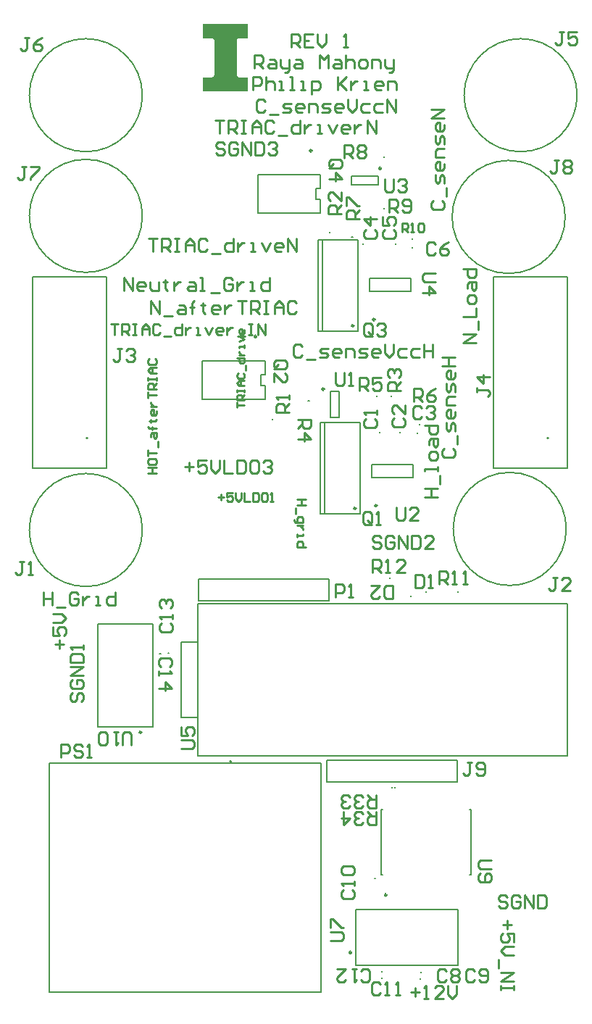
<source format=gto>
G04*
G04 #@! TF.GenerationSoftware,Altium Limited,Altium Designer,23.4.1 (23)*
G04*
G04 Layer_Color=65535*
%FSLAX44Y44*%
%MOMM*%
G71*
G04*
G04 #@! TF.SameCoordinates,4F8EF9B8-0785-460B-A287-326F995E0807*
G04*
G04*
G04 #@! TF.FilePolarity,Positive*
G04*
G01*
G75*
%ADD10C,0.2000*%
%ADD11C,0.1500*%
%ADD12C,0.2500*%
%ADD13C,0.1270*%
%ADD14C,0.2540*%
G36*
X1157141Y1988752D02*
Y1988935D01*
X1157507D01*
Y1989118D01*
X1157690D01*
Y1989485D01*
X1157874D01*
Y1989668D01*
X1158057D01*
Y1990035D01*
X1158240D01*
Y1990585D01*
X1158423D01*
Y2031450D01*
X1158240D01*
Y2032000D01*
X1158057D01*
Y2032366D01*
X1157874D01*
Y2032550D01*
X1157690D01*
Y2032916D01*
X1157507D01*
Y2033100D01*
X1157141D01*
Y2033283D01*
X1156957D01*
Y2033466D01*
X1156591D01*
Y2033649D01*
X1156041D01*
Y2033833D01*
X1145412D01*
Y2050142D01*
X1197640D01*
Y2033833D01*
X1187011D01*
Y2033649D01*
X1186461D01*
Y2033466D01*
X1186278D01*
Y2033283D01*
X1185911D01*
Y2033100D01*
X1185728D01*
Y2032916D01*
X1185545D01*
Y2032733D01*
X1185362D01*
Y2032550D01*
X1185178D01*
Y2032183D01*
X1184995D01*
Y2031817D01*
X1184812D01*
Y2031267D01*
X1184629D01*
Y1990768D01*
X1184812D01*
Y1990218D01*
X1184995D01*
Y1989851D01*
X1185178D01*
Y1989485D01*
X1185362D01*
Y1989302D01*
X1185545D01*
Y1989118D01*
X1185728D01*
Y1988935D01*
X1185911D01*
Y1988752D01*
X1186278D01*
Y1988569D01*
X1186645D01*
Y1988385D01*
X1187011D01*
Y1988202D01*
X1197640D01*
Y1971893D01*
X1145412D01*
Y1988202D01*
X1156041D01*
Y1988385D01*
X1156591D01*
Y1988569D01*
X1156957D01*
Y1988752D01*
X1157141D01*
D02*
G37*
D10*
X1010750Y1566540D02*
G03*
X1010750Y1566540I-1000J0D01*
G01*
X1178600Y1188970D02*
G03*
X1178600Y1188970I-1000J0D01*
G01*
X1549230Y1566540D02*
G03*
X1549230Y1566540I-1000J0D01*
G01*
X1342020Y1520489D02*
Y1536070D01*
X1391020D01*
Y1520489D02*
Y1536070D01*
X1342020Y1520489D02*
X1391020D01*
X1226710Y1588270D02*
Y1589270D01*
X1144600Y1656990D02*
X1217600D01*
X1144600Y1611990D02*
Y1656990D01*
Y1611990D02*
X1217600D01*
Y1628061D01*
X1212600D02*
X1217600D01*
X1212600D02*
Y1640919D01*
X1217600D01*
Y1656990D01*
X1354330Y935490D02*
Y936490D01*
X1354020Y943110D02*
Y944110D01*
X1209370Y1874160D02*
X1282370D01*
X1209370Y1829160D02*
Y1874160D01*
Y1829160D02*
X1282370D01*
Y1845231D01*
X1277370D02*
X1282370D01*
X1277370D02*
Y1858089D01*
X1282370D01*
Y1874160D01*
X1104400Y1315300D02*
X1105400D01*
X1094710Y1314650D02*
X1095710D01*
X1022070Y1229050D02*
X1087070D01*
Y1349050D01*
X1022070D02*
X1087070D01*
X1022070Y1229050D02*
Y1349050D01*
X1442720Y1164590D02*
Y1189990D01*
X1290320Y1164590D02*
Y1189990D01*
X1442720D01*
X1290320Y1164590D02*
X1442720D01*
X1353390Y1056740D02*
X1355040D01*
X1456740D02*
X1458390D01*
Y1132740D01*
X1353390D02*
X1355040D01*
X1456740D02*
X1458390D01*
X1353390Y1056740D02*
Y1132740D01*
X1345700Y1052630D02*
X1346700D01*
X1366320Y1157740D02*
Y1158740D01*
X1405780Y1386340D02*
Y1387340D01*
X1363220Y1402850D02*
Y1403850D01*
X1388530Y1381260D02*
Y1382260D01*
X1442830Y1386340D02*
Y1387340D01*
X1140460Y1376680D02*
Y1402080D01*
X1292860Y1376680D02*
Y1402080D01*
X1140460Y1376680D02*
X1292860D01*
X1140460Y1402080D02*
X1292860D01*
X1399430Y934220D02*
Y935220D01*
X1348540Y1614940D02*
Y1615940D01*
X1282140Y1585120D02*
X1329140D01*
X1282140Y1478120D02*
X1329140D01*
Y1585120D01*
X1282140Y1478120D02*
Y1585120D01*
X1287140Y1478120D02*
Y1585120D01*
X1398380Y1581920D02*
Y1582920D01*
X1395840Y1571760D02*
Y1572760D01*
X1351700Y1573030D02*
Y1574030D01*
X1365140Y1614940D02*
Y1615940D01*
X1304430Y1590390D02*
Y1621390D01*
X1294430Y1590390D02*
Y1621390D01*
Y1590390D02*
X1304430D01*
X1294430Y1621390D02*
X1304430D01*
X1268230Y1610160D02*
X1269230D01*
X1375830Y1573030D02*
Y1574030D01*
X1323430Y950670D02*
Y1015670D01*
Y950670D02*
X1443430D01*
Y1015670D01*
X1323430D02*
X1443430D01*
X1399740Y942310D02*
Y943310D01*
X1369910Y1157740D02*
Y1158740D01*
X1279600Y1798480D02*
X1326600D01*
X1279600Y1691480D02*
X1326600D01*
Y1798480D01*
X1279600Y1691480D02*
Y1798480D01*
X1284600Y1691480D02*
Y1798480D01*
X1318660Y1862950D02*
X1349660D01*
X1318660Y1872950D02*
X1349660D01*
X1318660Y1862950D02*
Y1872950D01*
X1349660Y1862950D02*
Y1872950D01*
X1356780Y1834650D02*
Y1835650D01*
X1356470Y1894340D02*
Y1895340D01*
X1293060Y1806710D02*
Y1807710D01*
X1319030Y1801710D02*
X1320030D01*
X1332430Y1792740D02*
Y1793740D01*
X1339480Y1737890D02*
X1388480D01*
Y1753470D01*
X1339480D02*
X1388480D01*
X1339480Y1737890D02*
Y1753470D01*
X1370130Y1792740D02*
Y1793740D01*
X1389490Y1799090D02*
Y1800090D01*
Y1788930D02*
Y1789930D01*
D11*
X1074420Y1459230D02*
G03*
X1074420Y1459230I-66040J0D01*
G01*
Y1826260D02*
G03*
X1074420Y1826260I-66040J0D01*
G01*
Y1967230D02*
G03*
X1074420Y1967230I-66040J0D01*
G01*
X1569720Y1460500D02*
G03*
X1569720Y1460500I-66040J0D01*
G01*
X1582420Y1967230D02*
G03*
X1582420Y1967230I-66040J0D01*
G01*
X1568450Y1824990D02*
G03*
X1568450Y1824990I-66040J0D01*
G01*
X946520Y1531780D02*
X1032520D01*
X946520Y1754980D02*
X1032520D01*
Y1531780D02*
Y1754980D01*
X946520Y1531780D02*
Y1754980D01*
X1485000Y1531780D02*
Y1754980D01*
X1571000Y1531780D02*
Y1754980D01*
X1485000D02*
X1571000D01*
X1485000Y1531780D02*
X1571000D01*
D12*
X1348720Y1487779D02*
G03*
X1348720Y1487779I-1250J0D01*
G01*
X1207750Y1685340D02*
G03*
X1207750Y1685340I-1250J0D01*
G01*
X1272520Y1902510D02*
G03*
X1272520Y1902510I-1250J0D01*
G01*
X1073320Y1223050D02*
G03*
X1073320Y1223050I-1250J0D01*
G01*
X1360040Y1032740D02*
G03*
X1360040Y1032740I-1250J0D01*
G01*
X1323890Y1484620D02*
G03*
X1323890Y1484620I-1250J0D01*
G01*
X1286930Y1623890D02*
G03*
X1286930Y1623890I-1250J0D01*
G01*
X1318680Y965670D02*
G03*
X1318680Y965670I-1250J0D01*
G01*
X1321350Y1697980D02*
G03*
X1321350Y1697980I-1250J0D01*
G01*
X1353410Y1881700D02*
G03*
X1353410Y1881700I-1250J0D01*
G01*
X1346180Y1705180D02*
G03*
X1346180Y1705180I-1250J0D01*
G01*
D13*
X1139500Y1195120D02*
X1571300D01*
Y1372820D01*
X1139500D02*
X1571300D01*
X1139500Y1327970D02*
Y1372820D01*
Y1239970D02*
Y1327970D01*
Y1195120D02*
Y1239970D01*
X1119500Y1327970D02*
X1139500D01*
X1119500Y1239970D02*
Y1327970D01*
Y1239970D02*
X1139500D01*
X965780Y919660D02*
Y1186660D01*
Y919660D02*
X1282780D01*
Y1186660D01*
X965780D02*
X1282780D01*
D14*
X1203960Y1973578D02*
Y1988813D01*
X1211578D01*
X1214117Y1986274D01*
Y1981196D01*
X1211578Y1978657D01*
X1203960D01*
X1219195Y1988813D02*
Y1973578D01*
Y1981196D01*
X1221734Y1983735D01*
X1226813D01*
X1229352Y1981196D01*
Y1973578D01*
X1234430D02*
X1239509D01*
X1236969D01*
Y1983735D01*
X1234430D01*
X1247126Y1973578D02*
X1252204D01*
X1249665D01*
Y1988813D01*
X1247126D01*
X1259822Y1973578D02*
X1264900D01*
X1262361D01*
Y1983735D01*
X1259822D01*
X1272518Y1968500D02*
Y1983735D01*
X1280135D01*
X1282675Y1981196D01*
Y1976118D01*
X1280135Y1973578D01*
X1272518D01*
X1302988Y1988813D02*
Y1973578D01*
Y1978657D01*
X1313145Y1988813D01*
X1305527Y1981196D01*
X1313145Y1973578D01*
X1318223Y1983735D02*
Y1973578D01*
Y1978657D01*
X1320762Y1981196D01*
X1323301Y1983735D01*
X1325841D01*
X1333458Y1973578D02*
X1338536D01*
X1335997D01*
Y1983735D01*
X1333458D01*
X1353772Y1973578D02*
X1348693D01*
X1346154Y1976118D01*
Y1981196D01*
X1348693Y1983735D01*
X1353772D01*
X1356311Y1981196D01*
Y1978657D01*
X1346154D01*
X1361389Y1973578D02*
Y1983735D01*
X1369007D01*
X1371546Y1981196D01*
Y1973578D01*
X1123966Y1532890D02*
X1134123D01*
X1129045Y1537968D02*
Y1527812D01*
X1149358Y1540508D02*
X1139202D01*
Y1532890D01*
X1144280Y1535429D01*
X1146819D01*
X1149358Y1532890D01*
Y1527812D01*
X1146819Y1525273D01*
X1141741D01*
X1139202Y1527812D01*
X1154437Y1540508D02*
Y1530351D01*
X1159515Y1525273D01*
X1164593Y1530351D01*
Y1540508D01*
X1169672D02*
Y1525273D01*
X1179828D01*
X1184907Y1540508D02*
Y1525273D01*
X1192524D01*
X1195063Y1527812D01*
Y1537968D01*
X1192524Y1540508D01*
X1184907D01*
X1207759D02*
X1202681D01*
X1200142Y1537968D01*
Y1527812D01*
X1202681Y1525273D01*
X1207759D01*
X1210298Y1527812D01*
Y1537968D01*
X1207759Y1540508D01*
X1215377Y1537968D02*
X1217916Y1540508D01*
X1222994D01*
X1225534Y1537968D01*
Y1535429D01*
X1222994Y1532890D01*
X1220455D01*
X1222994D01*
X1225534Y1530351D01*
Y1527812D01*
X1222994Y1525273D01*
X1217916D01*
X1215377Y1527812D01*
X1050291Y1671317D02*
X1045212D01*
X1047752D01*
Y1658622D01*
X1045212Y1656082D01*
X1042673D01*
X1040134Y1658622D01*
X1055369Y1668778D02*
X1057908Y1671317D01*
X1062987D01*
X1065526Y1668778D01*
Y1666239D01*
X1062987Y1663700D01*
X1060447D01*
X1062987D01*
X1065526Y1661161D01*
Y1658622D01*
X1062987Y1656082D01*
X1057908D01*
X1055369Y1658622D01*
X1081195Y1525715D02*
X1091352D01*
X1086274D01*
Y1532486D01*
X1081195D01*
X1091352D01*
X1081195Y1540950D02*
Y1537564D01*
X1082888Y1535872D01*
X1089659D01*
X1091352Y1537564D01*
Y1540950D01*
X1089659Y1542643D01*
X1082888D01*
X1081195Y1540950D01*
Y1546028D02*
Y1552800D01*
Y1549414D01*
X1091352D01*
X1093045Y1556185D02*
Y1562956D01*
X1084581Y1568035D02*
Y1571420D01*
X1086274Y1573113D01*
X1091352D01*
Y1568035D01*
X1089659Y1566342D01*
X1087966Y1568035D01*
Y1573113D01*
X1091352Y1578191D02*
X1082888D01*
X1086274D01*
Y1576499D01*
Y1579884D01*
Y1578191D01*
X1082888D01*
X1081195Y1579884D01*
X1082888Y1586655D02*
X1084581D01*
Y1584962D01*
Y1588348D01*
Y1586655D01*
X1089659D01*
X1091352Y1588348D01*
Y1598505D02*
Y1595119D01*
X1089659Y1593426D01*
X1086274D01*
X1084581Y1595119D01*
Y1598505D01*
X1086274Y1600197D01*
X1087966D01*
Y1593426D01*
X1084581Y1603583D02*
X1091352D01*
X1087966D01*
X1086274Y1605276D01*
X1084581Y1606969D01*
Y1608661D01*
X1081195Y1613740D02*
Y1620511D01*
Y1617125D01*
X1091352D01*
Y1623897D02*
X1081195D01*
Y1628975D01*
X1082888Y1630668D01*
X1086274D01*
X1087966Y1628975D01*
Y1623897D01*
Y1627282D02*
X1091352Y1630668D01*
X1081195Y1634053D02*
Y1637439D01*
Y1635746D01*
X1091352D01*
Y1634053D01*
Y1637439D01*
Y1642517D02*
X1084581D01*
X1081195Y1645903D01*
X1084581Y1649288D01*
X1091352D01*
X1086274D01*
Y1642517D01*
X1082888Y1659445D02*
X1081195Y1657752D01*
Y1654367D01*
X1082888Y1652674D01*
X1089659D01*
X1091352Y1654367D01*
Y1657752D01*
X1089659Y1659445D01*
X1248410Y2023110D02*
Y2038345D01*
X1256028D01*
X1258567Y2035806D01*
Y2030728D01*
X1256028Y2028188D01*
X1248410D01*
X1253488D02*
X1258567Y2023110D01*
X1273802Y2038345D02*
X1263645D01*
Y2023110D01*
X1273802D01*
X1263645Y2030728D02*
X1268723D01*
X1278880Y2038345D02*
Y2028188D01*
X1283958Y2023110D01*
X1289037Y2028188D01*
Y2038345D01*
X1309350Y2023110D02*
X1314429D01*
X1311889D01*
Y2038345D01*
X1309350Y2035806D01*
X1205230Y1998978D02*
Y2014213D01*
X1212848D01*
X1215387Y2011674D01*
Y2006596D01*
X1212848Y2004057D01*
X1205230D01*
X1210308D02*
X1215387Y1998978D01*
X1223004Y2009135D02*
X1228083D01*
X1230622Y2006596D01*
Y1998978D01*
X1223004D01*
X1220465Y2001517D01*
X1223004Y2004057D01*
X1230622D01*
X1235700Y2009135D02*
Y2001517D01*
X1238239Y1998978D01*
X1245857D01*
Y1996439D01*
X1243318Y1993900D01*
X1240779D01*
X1245857Y1998978D02*
Y2009135D01*
X1253474D02*
X1258553D01*
X1261092Y2006596D01*
Y1998978D01*
X1253474D01*
X1250935Y2001517D01*
X1253474Y2004057D01*
X1261092D01*
X1281405Y1998978D02*
Y2014213D01*
X1286484Y2009135D01*
X1291562Y2014213D01*
Y1998978D01*
X1299180Y2009135D02*
X1304258D01*
X1306797Y2006596D01*
Y1998978D01*
X1299180D01*
X1296640Y2001517D01*
X1299180Y2004057D01*
X1306797D01*
X1311875Y2014213D02*
Y1998978D01*
Y2006596D01*
X1314415Y2009135D01*
X1319493D01*
X1322032Y2006596D01*
Y1998978D01*
X1329650D02*
X1334728D01*
X1337267Y2001517D01*
Y2006596D01*
X1334728Y2009135D01*
X1329650D01*
X1327111Y2006596D01*
Y2001517D01*
X1329650Y1998978D01*
X1342346D02*
Y2009135D01*
X1349963D01*
X1352502Y2006596D01*
Y1998978D01*
X1357581Y2009135D02*
Y2001517D01*
X1360120Y1998978D01*
X1367737D01*
Y1996439D01*
X1365198Y1993900D01*
X1362659D01*
X1367737Y1998978D02*
Y2009135D01*
X958864Y1386837D02*
Y1371602D01*
Y1379220D01*
X969020D01*
Y1386837D01*
Y1371602D01*
X974099Y1369063D02*
X984255D01*
X999490Y1384298D02*
X996951Y1386837D01*
X991873D01*
X989334Y1384298D01*
Y1374141D01*
X991873Y1371602D01*
X996951D01*
X999490Y1374141D01*
Y1379220D01*
X994412D01*
X1004569Y1381759D02*
Y1371602D01*
Y1376680D01*
X1007108Y1379220D01*
X1009647Y1381759D01*
X1012186D01*
X1019804Y1371602D02*
X1024882D01*
X1022343D01*
Y1381759D01*
X1019804D01*
X1042656Y1386837D02*
Y1371602D01*
X1035039D01*
X1032500Y1374141D01*
Y1379220D01*
X1035039Y1381759D01*
X1042656D01*
X1162907Y1497330D02*
X1169678D01*
X1166293Y1500716D02*
Y1493944D01*
X1179835Y1502408D02*
X1173064D01*
Y1497330D01*
X1176449Y1499023D01*
X1178142D01*
X1179835Y1497330D01*
Y1493944D01*
X1178142Y1492252D01*
X1174757D01*
X1173064Y1493944D01*
X1183221Y1502408D02*
Y1495637D01*
X1186606Y1492252D01*
X1189992Y1495637D01*
Y1502408D01*
X1193377D02*
Y1492252D01*
X1200148D01*
X1203534Y1502408D02*
Y1492252D01*
X1208612D01*
X1210305Y1493944D01*
Y1500716D01*
X1208612Y1502408D01*
X1203534D01*
X1218769D02*
X1215383D01*
X1213691Y1500716D01*
Y1493944D01*
X1215383Y1492252D01*
X1218769D01*
X1220462Y1493944D01*
Y1500716D01*
X1218769Y1502408D01*
X1223847Y1492252D02*
X1227233D01*
X1225540D01*
Y1502408D01*
X1223847Y1500716D01*
X979176Y1193802D02*
Y1209037D01*
X986793D01*
X989333Y1206498D01*
Y1201420D01*
X986793Y1198881D01*
X979176D01*
X1004568Y1206498D02*
X1002028Y1209037D01*
X996950D01*
X994411Y1206498D01*
Y1203959D01*
X996950Y1201420D01*
X1002028D01*
X1004568Y1198881D01*
Y1196342D01*
X1002028Y1193802D01*
X996950D01*
X994411Y1196342D01*
X1009646Y1193802D02*
X1014724D01*
X1012185D01*
Y1209037D01*
X1009646Y1206498D01*
X1465582Y1625601D02*
Y1620522D01*
Y1623062D01*
X1478278D01*
X1480818Y1620522D01*
Y1617983D01*
X1478278Y1615444D01*
X1480818Y1638297D02*
X1465582D01*
X1473200Y1630679D01*
Y1640836D01*
X1170948Y1910078D02*
X1168409Y1912617D01*
X1163331D01*
X1160791Y1910078D01*
Y1907539D01*
X1163331Y1905000D01*
X1168409D01*
X1170948Y1902461D01*
Y1899922D01*
X1168409Y1897383D01*
X1163331D01*
X1160791Y1899922D01*
X1186183Y1910078D02*
X1183644Y1912617D01*
X1178566D01*
X1176027Y1910078D01*
Y1899922D01*
X1178566Y1897383D01*
X1183644D01*
X1186183Y1899922D01*
Y1905000D01*
X1181105D01*
X1191262Y1897383D02*
Y1912617D01*
X1201418Y1897383D01*
Y1912617D01*
X1206497D02*
Y1897383D01*
X1214114D01*
X1216653Y1899922D01*
Y1910078D01*
X1214114Y1912617D01*
X1206497D01*
X1221732Y1910078D02*
X1224271Y1912617D01*
X1229349D01*
X1231889Y1910078D01*
Y1907539D01*
X1229349Y1905000D01*
X1226810D01*
X1229349D01*
X1231889Y1902461D01*
Y1899922D01*
X1229349Y1897383D01*
X1224271D01*
X1221732Y1899922D01*
X1353828Y1450338D02*
X1351289Y1452878D01*
X1346211D01*
X1343672Y1450338D01*
Y1447799D01*
X1346211Y1445260D01*
X1351289D01*
X1353828Y1442721D01*
Y1440182D01*
X1351289Y1437643D01*
X1346211D01*
X1343672Y1440182D01*
X1369063Y1450338D02*
X1366524Y1452878D01*
X1361446D01*
X1358907Y1450338D01*
Y1440182D01*
X1361446Y1437643D01*
X1366524D01*
X1369063Y1440182D01*
Y1445260D01*
X1363985D01*
X1374142Y1437643D02*
Y1452878D01*
X1384298Y1437643D01*
Y1452878D01*
X1389377D02*
Y1437643D01*
X1396994D01*
X1399533Y1440182D01*
Y1450338D01*
X1396994Y1452878D01*
X1389377D01*
X1414769Y1437643D02*
X1404612D01*
X1414769Y1447799D01*
Y1450338D01*
X1412229Y1452878D01*
X1407151D01*
X1404612Y1450338D01*
X993142Y1268737D02*
X990602Y1266198D01*
Y1261120D01*
X993142Y1258581D01*
X995681D01*
X998220Y1261120D01*
Y1266198D01*
X1000759Y1268737D01*
X1003298D01*
X1005837Y1266198D01*
Y1261120D01*
X1003298Y1258581D01*
X993142Y1283972D02*
X990602Y1281433D01*
Y1276355D01*
X993142Y1273816D01*
X1003298D01*
X1005837Y1276355D01*
Y1281433D01*
X1003298Y1283972D01*
X998220D01*
Y1278894D01*
X1005837Y1289051D02*
X990602D01*
X1005837Y1299207D01*
X990602D01*
Y1304286D02*
X1005837D01*
Y1311903D01*
X1003298Y1314443D01*
X993142D01*
X990602Y1311903D01*
Y1304286D01*
X1005837Y1319521D02*
Y1324599D01*
Y1322060D01*
X990602D01*
X993142Y1319521D01*
X1500676Y1029968D02*
X1498137Y1032507D01*
X1493058D01*
X1490519Y1029968D01*
Y1027429D01*
X1493058Y1024890D01*
X1498137D01*
X1500676Y1022351D01*
Y1019812D01*
X1498137Y1017272D01*
X1493058D01*
X1490519Y1019812D01*
X1515911Y1029968D02*
X1513372Y1032507D01*
X1508293D01*
X1505754Y1029968D01*
Y1019812D01*
X1508293Y1017272D01*
X1513372D01*
X1515911Y1019812D01*
Y1024890D01*
X1510833D01*
X1520989Y1017272D02*
Y1032507D01*
X1531146Y1017272D01*
Y1032507D01*
X1536224D02*
Y1017272D01*
X1543842D01*
X1546381Y1019812D01*
Y1029968D01*
X1543842Y1032507D01*
X1536224D01*
X1357634Y1869438D02*
Y1856742D01*
X1360173Y1854203D01*
X1365252D01*
X1367791Y1856742D01*
Y1869438D01*
X1372869Y1866898D02*
X1375408Y1869438D01*
X1380487D01*
X1383026Y1866898D01*
Y1864359D01*
X1380487Y1861820D01*
X1377948D01*
X1380487D01*
X1383026Y1859281D01*
Y1856742D01*
X1380487Y1854203D01*
X1375408D01*
X1372869Y1856742D01*
X1061714Y1207772D02*
Y1220468D01*
X1059175Y1223008D01*
X1054096D01*
X1051557Y1220468D01*
Y1207772D01*
X1046479Y1223008D02*
X1041400D01*
X1043940D01*
Y1207772D01*
X1046479Y1210312D01*
X1033783D02*
X1031244Y1207772D01*
X1026165D01*
X1023626Y1210312D01*
Y1220468D01*
X1026165Y1223008D01*
X1031244D01*
X1033783Y1220468D01*
Y1210312D01*
X1482088Y1073146D02*
X1469392D01*
X1466853Y1070607D01*
Y1065528D01*
X1469392Y1062989D01*
X1482088D01*
X1469392Y1057911D02*
X1466853Y1055372D01*
Y1050293D01*
X1469392Y1047754D01*
X1479548D01*
X1482088Y1050293D01*
Y1055372D01*
X1479548Y1057911D01*
X1477009D01*
X1474470Y1055372D01*
Y1047754D01*
X1294133Y979174D02*
X1306828D01*
X1309368Y981713D01*
Y986792D01*
X1306828Y989331D01*
X1294133D01*
Y994409D02*
Y1004566D01*
X1296672D01*
X1306828Y994409D01*
X1309368D01*
X1120143Y1203964D02*
X1132838D01*
X1135378Y1206503D01*
Y1211582D01*
X1132838Y1214121D01*
X1120143D01*
Y1229356D02*
Y1219199D01*
X1127760D01*
X1125221Y1224277D01*
Y1226817D01*
X1127760Y1229356D01*
X1132838D01*
X1135378Y1226817D01*
Y1221738D01*
X1132838Y1219199D01*
X1417318Y1758946D02*
X1404622D01*
X1402083Y1756407D01*
Y1751328D01*
X1404622Y1748789D01*
X1417318D01*
X1402083Y1736093D02*
X1417318D01*
X1409700Y1743711D01*
Y1733554D01*
X1371604Y1485898D02*
Y1473202D01*
X1374143Y1470663D01*
X1379222D01*
X1381761Y1473202D01*
Y1485898D01*
X1396996Y1470663D02*
X1386839D01*
X1396996Y1480819D01*
Y1483358D01*
X1394457Y1485898D01*
X1389378D01*
X1386839Y1483358D01*
X1300483Y1643378D02*
Y1630682D01*
X1303022Y1628143D01*
X1308101D01*
X1310640Y1630682D01*
Y1643378D01*
X1315718Y1628143D02*
X1320797D01*
X1318258D01*
Y1643378D01*
X1315718Y1640838D01*
X1184806Y1602543D02*
Y1608468D01*
Y1605506D01*
X1193693D01*
Y1611430D02*
X1184806D01*
Y1615874D01*
X1186287Y1617355D01*
X1189249D01*
X1190731Y1615874D01*
Y1611430D01*
Y1614393D02*
X1193693Y1617355D01*
X1184806Y1620318D02*
Y1623280D01*
Y1621799D01*
X1193693D01*
Y1620318D01*
Y1623280D01*
Y1627723D02*
X1187768D01*
X1184806Y1630686D01*
X1187768Y1633648D01*
X1193693D01*
X1189249D01*
Y1627723D01*
X1186287Y1642535D02*
X1184806Y1641054D01*
Y1638092D01*
X1186287Y1636611D01*
X1192212D01*
X1193693Y1638092D01*
Y1641054D01*
X1192212Y1642535D01*
X1195174Y1645498D02*
Y1651422D01*
X1184806Y1660309D02*
X1193693D01*
Y1655866D01*
X1192212Y1654385D01*
X1189249D01*
X1187768Y1655866D01*
Y1660309D01*
Y1663272D02*
X1193693D01*
X1190731D01*
X1189249Y1664753D01*
X1187768Y1666234D01*
Y1667715D01*
X1193693Y1672159D02*
Y1675121D01*
Y1673640D01*
X1187768D01*
Y1672159D01*
Y1679565D02*
X1193693Y1682527D01*
X1187768Y1685490D01*
X1193693Y1692896D02*
Y1689933D01*
X1192212Y1688452D01*
X1189249D01*
X1187768Y1689933D01*
Y1692896D01*
X1189249Y1694377D01*
X1190731D01*
Y1688452D01*
X1159540Y1938017D02*
X1169697D01*
X1164619D01*
Y1922782D01*
X1174775D02*
Y1938017D01*
X1182393D01*
X1184932Y1935478D01*
Y1930400D01*
X1182393Y1927860D01*
X1174775D01*
X1179854D02*
X1184932Y1922782D01*
X1190011Y1938017D02*
X1195089D01*
X1192550D01*
Y1922782D01*
X1190011D01*
X1195089D01*
X1202706D02*
Y1932939D01*
X1207785Y1938017D01*
X1212863Y1932939D01*
Y1922782D01*
Y1930400D01*
X1202706D01*
X1228098Y1935478D02*
X1225559Y1938017D01*
X1220481D01*
X1217942Y1935478D01*
Y1925321D01*
X1220481Y1922782D01*
X1225559D01*
X1228098Y1925321D01*
X1233177Y1920243D02*
X1243333D01*
X1258568Y1938017D02*
Y1922782D01*
X1250951D01*
X1248412Y1925321D01*
Y1930400D01*
X1250951Y1932939D01*
X1258568D01*
X1263647D02*
Y1922782D01*
Y1927860D01*
X1266186Y1930400D01*
X1268725Y1932939D01*
X1271264D01*
X1278882Y1922782D02*
X1283960D01*
X1281421D01*
Y1932939D01*
X1278882D01*
X1291578D02*
X1296656Y1922782D01*
X1301734Y1932939D01*
X1314430Y1922782D02*
X1309352D01*
X1306813Y1925321D01*
Y1930400D01*
X1309352Y1932939D01*
X1314430D01*
X1316969Y1930400D01*
Y1927860D01*
X1306813D01*
X1322048Y1932939D02*
Y1922782D01*
Y1927860D01*
X1324587Y1930400D01*
X1327126Y1932939D01*
X1329665D01*
X1337283Y1922782D02*
Y1938017D01*
X1347440Y1922782D01*
Y1938017D01*
X1037831Y1700316D02*
X1046295D01*
X1042063D01*
Y1687620D01*
X1050527D02*
Y1700316D01*
X1056875D01*
X1058991Y1698200D01*
Y1693968D01*
X1056875Y1691852D01*
X1050527D01*
X1054759D02*
X1058991Y1687620D01*
X1063223Y1700316D02*
X1067455D01*
X1065339D01*
Y1687620D01*
X1063223D01*
X1067455D01*
X1073802D02*
Y1696084D01*
X1078034Y1700316D01*
X1082266Y1696084D01*
Y1687620D01*
Y1693968D01*
X1073802D01*
X1094962Y1698200D02*
X1092846Y1700316D01*
X1088614D01*
X1086498Y1698200D01*
Y1689736D01*
X1088614Y1687620D01*
X1092846D01*
X1094962Y1689736D01*
X1099194Y1685504D02*
X1107658D01*
X1120354Y1700316D02*
Y1687620D01*
X1114006D01*
X1111890Y1689736D01*
Y1693968D01*
X1114006Y1696084D01*
X1120354D01*
X1124586D02*
Y1687620D01*
Y1691852D01*
X1126702Y1693968D01*
X1128818Y1696084D01*
X1130934D01*
X1137282Y1687620D02*
X1141514D01*
X1139398D01*
Y1696084D01*
X1137282D01*
X1147862D02*
X1152094Y1687620D01*
X1156326Y1696084D01*
X1166906Y1687620D02*
X1162674D01*
X1160558Y1689736D01*
Y1693968D01*
X1162674Y1696084D01*
X1166906D01*
X1169022Y1693968D01*
Y1691852D01*
X1160558D01*
X1173254Y1696084D02*
Y1687620D01*
Y1691852D01*
X1175370Y1693968D01*
X1177486Y1696084D01*
X1179602D01*
X1185949Y1685504D02*
X1194413D01*
X1198645Y1700316D02*
X1202877D01*
X1200761D01*
Y1687620D01*
X1198645D01*
X1202877D01*
X1209225D02*
Y1700316D01*
X1217689Y1687620D01*
Y1700316D01*
X1082068Y1799587D02*
X1092225D01*
X1087146D01*
Y1784352D01*
X1097303D02*
Y1799587D01*
X1104921D01*
X1107460Y1797048D01*
Y1791970D01*
X1104921Y1789430D01*
X1097303D01*
X1102381D02*
X1107460Y1784352D01*
X1112538Y1799587D02*
X1117616D01*
X1115077D01*
Y1784352D01*
X1112538D01*
X1117616D01*
X1125234D02*
Y1794509D01*
X1130312Y1799587D01*
X1135391Y1794509D01*
Y1784352D01*
Y1791970D01*
X1125234D01*
X1150626Y1797048D02*
X1148087Y1799587D01*
X1143008D01*
X1140469Y1797048D01*
Y1786891D01*
X1143008Y1784352D01*
X1148087D01*
X1150626Y1786891D01*
X1155704Y1781813D02*
X1165861D01*
X1181096Y1799587D02*
Y1784352D01*
X1173478D01*
X1170939Y1786891D01*
Y1791970D01*
X1173478Y1794509D01*
X1181096D01*
X1186174D02*
Y1784352D01*
Y1789430D01*
X1188713Y1791970D01*
X1191253Y1794509D01*
X1193792D01*
X1201409Y1784352D02*
X1206488D01*
X1203949D01*
Y1794509D01*
X1201409D01*
X1214105D02*
X1219184Y1784352D01*
X1224262Y1794509D01*
X1236958Y1784352D02*
X1231880D01*
X1229340Y1786891D01*
Y1791970D01*
X1231880Y1794509D01*
X1236958D01*
X1239497Y1791970D01*
Y1789430D01*
X1229340D01*
X1244575Y1784352D02*
Y1799587D01*
X1254732Y1784352D01*
Y1799587D01*
X1347463Y1130297D02*
Y1115062D01*
X1339846D01*
X1337307Y1117602D01*
Y1122680D01*
X1339846Y1125219D01*
X1347463D01*
X1342385D02*
X1337307Y1130297D01*
X1332228Y1117602D02*
X1329689Y1115062D01*
X1324611D01*
X1322072Y1117602D01*
Y1120141D01*
X1324611Y1122680D01*
X1327150D01*
X1324611D01*
X1322072Y1125219D01*
Y1127758D01*
X1324611Y1130297D01*
X1329689D01*
X1332228Y1127758D01*
X1309376Y1130297D02*
Y1115062D01*
X1316993Y1122680D01*
X1306837D01*
X1347463Y1149348D02*
Y1134112D01*
X1339846D01*
X1337307Y1136652D01*
Y1141730D01*
X1339846Y1144269D01*
X1347463D01*
X1342385D02*
X1337307Y1149348D01*
X1332228Y1136652D02*
X1329689Y1134112D01*
X1324611D01*
X1322072Y1136652D01*
Y1139191D01*
X1324611Y1141730D01*
X1327150D01*
X1324611D01*
X1322072Y1144269D01*
Y1146808D01*
X1324611Y1149348D01*
X1329689D01*
X1332228Y1146808D01*
X1316993Y1136652D02*
X1314454Y1134112D01*
X1309376D01*
X1306837Y1136652D01*
Y1139191D01*
X1309376Y1141730D01*
X1311915D01*
X1309376D01*
X1306837Y1144269D01*
Y1146808D01*
X1309376Y1149348D01*
X1314454D01*
X1316993Y1146808D01*
X1343666Y1409702D02*
Y1424937D01*
X1351284D01*
X1353823Y1422398D01*
Y1417320D01*
X1351284Y1414781D01*
X1343666D01*
X1348745D02*
X1353823Y1409702D01*
X1358901D02*
X1363980D01*
X1361440D01*
Y1424937D01*
X1358901Y1422398D01*
X1381754Y1409702D02*
X1371597D01*
X1381754Y1419859D01*
Y1422398D01*
X1379215Y1424937D01*
X1374136D01*
X1371597Y1422398D01*
X1421135Y1395733D02*
Y1410968D01*
X1428753D01*
X1431292Y1408428D01*
Y1403350D01*
X1428753Y1400811D01*
X1421135D01*
X1426214D02*
X1431292Y1395733D01*
X1436370D02*
X1441449D01*
X1438910D01*
Y1410968D01*
X1436370Y1408428D01*
X1449066Y1395733D02*
X1454145D01*
X1451606D01*
Y1410968D01*
X1449066Y1408428D01*
X1377954Y1807212D02*
Y1817368D01*
X1383033D01*
X1384725Y1815676D01*
Y1812290D01*
X1383033Y1810597D01*
X1377954D01*
X1381340D02*
X1384725Y1807212D01*
X1388111D02*
X1391496D01*
X1389804D01*
Y1817368D01*
X1388111Y1815676D01*
X1396575D02*
X1398268Y1817368D01*
X1401653D01*
X1403346Y1815676D01*
Y1808904D01*
X1401653Y1807212D01*
X1398268D01*
X1396575Y1808904D01*
Y1815676D01*
X1363024Y1830072D02*
Y1845308D01*
X1370642D01*
X1373181Y1842768D01*
Y1837690D01*
X1370642Y1835151D01*
X1363024D01*
X1368103D02*
X1373181Y1830072D01*
X1378259Y1832612D02*
X1380798Y1830072D01*
X1385877D01*
X1388416Y1832612D01*
Y1842768D01*
X1385877Y1845308D01*
X1380798D01*
X1378259Y1842768D01*
Y1840229D01*
X1380798Y1837690D01*
X1388416D01*
X1310644Y1893573D02*
Y1908808D01*
X1318262D01*
X1320801Y1906268D01*
Y1901190D01*
X1318262Y1898651D01*
X1310644D01*
X1315723D02*
X1320801Y1893573D01*
X1325879Y1906268D02*
X1328418Y1908808D01*
X1333497D01*
X1336036Y1906268D01*
Y1903729D01*
X1333497Y1901190D01*
X1336036Y1898651D01*
Y1896112D01*
X1333497Y1893573D01*
X1328418D01*
X1325879Y1896112D01*
Y1898651D01*
X1328418Y1901190D01*
X1325879Y1903729D01*
Y1906268D01*
X1328418Y1901190D02*
X1333497D01*
X1328418Y1822454D02*
X1313182D01*
Y1830072D01*
X1315722Y1832611D01*
X1320800D01*
X1323339Y1830072D01*
Y1822454D01*
Y1827532D02*
X1328418Y1832611D01*
X1313182Y1837689D02*
Y1847846D01*
X1315722D01*
X1325878Y1837689D01*
X1328418D01*
X1391924Y1609093D02*
Y1624328D01*
X1399542D01*
X1402081Y1621788D01*
Y1616710D01*
X1399542Y1614171D01*
X1391924D01*
X1397003D02*
X1402081Y1609093D01*
X1417316Y1624328D02*
X1412238Y1621788D01*
X1407159Y1616710D01*
Y1611632D01*
X1409698Y1609093D01*
X1414777D01*
X1417316Y1611632D01*
Y1614171D01*
X1414777Y1616710D01*
X1407159D01*
X1328114Y1621792D02*
Y1637028D01*
X1335732D01*
X1338271Y1634488D01*
Y1629410D01*
X1335732Y1626871D01*
X1328114D01*
X1333192D02*
X1338271Y1621792D01*
X1353506Y1637028D02*
X1343349D01*
Y1629410D01*
X1348428Y1631949D01*
X1350967D01*
X1353506Y1629410D01*
Y1624332D01*
X1350967Y1621792D01*
X1345888D01*
X1343349Y1624332D01*
X1256032Y1588146D02*
X1271267D01*
Y1580528D01*
X1268728Y1577989D01*
X1263650D01*
X1261111Y1580528D01*
Y1588146D01*
Y1583067D02*
X1256032Y1577989D01*
Y1565293D02*
X1271267D01*
X1263650Y1572911D01*
Y1562754D01*
X1376678Y1621794D02*
X1361443D01*
Y1629412D01*
X1363982Y1631951D01*
X1369060D01*
X1371599Y1629412D01*
Y1621794D01*
Y1626873D02*
X1376678Y1631951D01*
X1363982Y1637029D02*
X1361443Y1639568D01*
Y1644647D01*
X1363982Y1647186D01*
X1366521D01*
X1369060Y1644647D01*
Y1642108D01*
Y1644647D01*
X1371599Y1647186D01*
X1374138D01*
X1376678Y1644647D01*
Y1639568D01*
X1374138Y1637029D01*
X1306828Y1828804D02*
X1291593D01*
Y1836422D01*
X1294132Y1838961D01*
X1299210D01*
X1301749Y1836422D01*
Y1828804D01*
Y1833882D02*
X1306828Y1838961D01*
Y1854196D02*
Y1844039D01*
X1296671Y1854196D01*
X1294132D01*
X1291593Y1851657D01*
Y1846578D01*
X1294132Y1844039D01*
X1245867Y1596393D02*
X1230632D01*
Y1604011D01*
X1233172Y1606550D01*
X1238250D01*
X1240789Y1604011D01*
Y1596393D01*
Y1601472D02*
X1245867Y1606550D01*
Y1611628D02*
Y1616707D01*
Y1614168D01*
X1230632D01*
X1233172Y1611628D01*
X1295402Y1882139D02*
X1305558D01*
X1308098Y1884678D01*
Y1889757D01*
X1305558Y1892296D01*
X1295402D01*
X1292863Y1889757D01*
Y1884678D01*
X1297941Y1887218D02*
X1292863Y1882139D01*
Y1884678D02*
X1295402Y1882139D01*
X1292863Y1869443D02*
X1308098D01*
X1300480Y1877061D01*
Y1866904D01*
X1343661Y1687832D02*
Y1697988D01*
X1341122Y1700527D01*
X1336043D01*
X1333504Y1697988D01*
Y1687832D01*
X1336043Y1685293D01*
X1341122D01*
X1338582Y1690371D02*
X1343661Y1685293D01*
X1341122D02*
X1343661Y1687832D01*
X1348739Y1697988D02*
X1351278Y1700527D01*
X1356357D01*
X1358896Y1697988D01*
Y1695449D01*
X1356357Y1692910D01*
X1353817D01*
X1356357D01*
X1358896Y1690371D01*
Y1687832D01*
X1356357Y1685293D01*
X1351278D01*
X1348739Y1687832D01*
X1230632Y1647189D02*
X1240788D01*
X1243327Y1649728D01*
Y1654807D01*
X1240788Y1657346D01*
X1230632D01*
X1228092Y1654807D01*
Y1649728D01*
X1233171Y1652267D02*
X1228092Y1647189D01*
Y1649728D02*
X1230632Y1647189D01*
X1228092Y1631954D02*
Y1642111D01*
X1238249Y1631954D01*
X1240788D01*
X1243327Y1634493D01*
Y1639572D01*
X1240788Y1642111D01*
X1342390Y1468122D02*
Y1478278D01*
X1339851Y1480818D01*
X1334772D01*
X1332233Y1478278D01*
Y1468122D01*
X1334772Y1465582D01*
X1339851D01*
X1337312Y1470661D02*
X1342390Y1465582D01*
X1339851D02*
X1342390Y1468122D01*
X1347468Y1465582D02*
X1352547D01*
X1350008D01*
Y1480818D01*
X1347468Y1478278D01*
X1300483Y1380493D02*
Y1395728D01*
X1308101D01*
X1310640Y1393188D01*
Y1388110D01*
X1308101Y1385571D01*
X1300483D01*
X1315718Y1380493D02*
X1320797D01*
X1318258D01*
Y1395728D01*
X1315718Y1393188D01*
X1052858Y1738632D02*
Y1753867D01*
X1063014Y1738632D01*
Y1753867D01*
X1075710Y1738632D02*
X1070632D01*
X1068093Y1741171D01*
Y1746250D01*
X1070632Y1748789D01*
X1075710D01*
X1078249Y1746250D01*
Y1743710D01*
X1068093D01*
X1083328Y1748789D02*
Y1741171D01*
X1085867Y1738632D01*
X1093484D01*
Y1748789D01*
X1101102Y1751328D02*
Y1748789D01*
X1098563D01*
X1103641D01*
X1101102D01*
Y1741171D01*
X1103641Y1738632D01*
X1111259Y1748789D02*
Y1738632D01*
Y1743710D01*
X1113798Y1746250D01*
X1116337Y1748789D01*
X1118876D01*
X1129033D02*
X1134111D01*
X1136650Y1746250D01*
Y1738632D01*
X1129033D01*
X1126494Y1741171D01*
X1129033Y1743710D01*
X1136650D01*
X1141729Y1738632D02*
X1146807D01*
X1144268D01*
Y1753867D01*
X1141729D01*
X1154425Y1736093D02*
X1164581D01*
X1179817Y1751328D02*
X1177277Y1753867D01*
X1172199D01*
X1169660Y1751328D01*
Y1741171D01*
X1172199Y1738632D01*
X1177277D01*
X1179817Y1741171D01*
Y1746250D01*
X1174738D01*
X1184895Y1748789D02*
Y1738632D01*
Y1743710D01*
X1187434Y1746250D01*
X1189973Y1748789D01*
X1192512D01*
X1200130Y1738632D02*
X1205208D01*
X1202669D01*
Y1748789D01*
X1200130D01*
X1222982Y1753867D02*
Y1738632D01*
X1215365D01*
X1212826Y1741171D01*
Y1746250D01*
X1215365Y1748789D01*
X1222982D01*
X1464308Y1677684D02*
X1449073D01*
X1464308Y1687841D01*
X1449073D01*
X1466847Y1692919D02*
Y1703076D01*
X1449073Y1708154D02*
X1464308D01*
Y1718311D01*
Y1725928D02*
Y1731007D01*
X1461769Y1733546D01*
X1456690D01*
X1454151Y1731007D01*
Y1725928D01*
X1456690Y1723389D01*
X1461769D01*
X1464308Y1725928D01*
X1454151Y1741163D02*
Y1746242D01*
X1456690Y1748781D01*
X1464308D01*
Y1741163D01*
X1461769Y1738624D01*
X1459230Y1741163D01*
Y1748781D01*
X1449073Y1764016D02*
X1464308D01*
Y1756398D01*
X1461769Y1753859D01*
X1456690D01*
X1454151Y1756398D01*
Y1764016D01*
X1084607Y1711962D02*
Y1727197D01*
X1094764Y1711962D01*
Y1727197D01*
X1099843Y1709423D02*
X1109999D01*
X1117617Y1722119D02*
X1122695D01*
X1125234Y1719580D01*
Y1711962D01*
X1117617D01*
X1115078Y1714501D01*
X1117617Y1717040D01*
X1125234D01*
X1132852Y1711962D02*
Y1724658D01*
Y1719580D01*
X1130313D01*
X1135391D01*
X1132852D01*
Y1724658D01*
X1135391Y1727197D01*
X1145548Y1724658D02*
Y1722119D01*
X1143009D01*
X1148087D01*
X1145548D01*
Y1714501D01*
X1148087Y1711962D01*
X1163322D02*
X1158244D01*
X1155704Y1714501D01*
Y1719580D01*
X1158244Y1722119D01*
X1163322D01*
X1165861Y1719580D01*
Y1717040D01*
X1155704D01*
X1170940Y1722119D02*
Y1711962D01*
Y1717040D01*
X1173479Y1719580D01*
X1176018Y1722119D01*
X1178557D01*
X1186175Y1727197D02*
X1196331D01*
X1191253D01*
Y1711962D01*
X1201410D02*
Y1727197D01*
X1209027D01*
X1211566Y1724658D01*
Y1719580D01*
X1209027Y1717040D01*
X1201410D01*
X1206488D02*
X1211566Y1711962D01*
X1216645Y1727197D02*
X1221723D01*
X1219184D01*
Y1711962D01*
X1216645D01*
X1221723D01*
X1229341D02*
Y1722119D01*
X1234419Y1727197D01*
X1239497Y1722119D01*
Y1711962D01*
Y1719580D01*
X1229341D01*
X1254733Y1724658D02*
X1252193Y1727197D01*
X1247115D01*
X1244576Y1724658D01*
Y1714501D01*
X1247115Y1711962D01*
X1252193D01*
X1254733Y1714501D01*
X1459231Y1187448D02*
X1454153D01*
X1456692D01*
Y1174752D01*
X1454153Y1172213D01*
X1451613D01*
X1449074Y1174752D01*
X1464309D02*
X1466848Y1172213D01*
X1471927D01*
X1474466Y1174752D01*
Y1184908D01*
X1471927Y1187448D01*
X1466848D01*
X1464309Y1184908D01*
Y1182369D01*
X1466848Y1179830D01*
X1474466D01*
X1560831Y1891028D02*
X1555753D01*
X1558292D01*
Y1878332D01*
X1555753Y1875793D01*
X1553213D01*
X1550674Y1878332D01*
X1565909Y1888488D02*
X1568448Y1891028D01*
X1573527D01*
X1576066Y1888488D01*
Y1885949D01*
X1573527Y1883410D01*
X1576066Y1880871D01*
Y1878332D01*
X1573527Y1875793D01*
X1568448D01*
X1565909Y1878332D01*
Y1880871D01*
X1568448Y1883410D01*
X1565909Y1885949D01*
Y1888488D01*
X1568448Y1883410D02*
X1573527D01*
X938531Y1883407D02*
X933453D01*
X935992D01*
Y1870712D01*
X933453Y1868172D01*
X930913D01*
X928374Y1870712D01*
X943609Y1883407D02*
X953766D01*
Y1880868D01*
X943609Y1870712D01*
Y1868172D01*
X942341Y2034538D02*
X937262D01*
X939802D01*
Y2021842D01*
X937262Y2019303D01*
X934723D01*
X932184Y2021842D01*
X957576Y2034538D02*
X952497Y2031998D01*
X947419Y2026920D01*
Y2021842D01*
X949958Y2019303D01*
X955037D01*
X957576Y2021842D01*
Y2024381D01*
X955037Y2026920D01*
X947419D01*
X1567181Y2040887D02*
X1562103D01*
X1564642D01*
Y2028192D01*
X1562103Y2025652D01*
X1559563D01*
X1557024Y2028192D01*
X1582416Y2040887D02*
X1572259D01*
Y2033270D01*
X1577337Y2035809D01*
X1579877D01*
X1582416Y2033270D01*
Y2028192D01*
X1579877Y2025652D01*
X1574798D01*
X1572259Y2028192D01*
X1559561Y1403347D02*
X1554483D01*
X1557022D01*
Y1390652D01*
X1554483Y1388112D01*
X1551943D01*
X1549404Y1390652D01*
X1574796Y1388112D02*
X1564639D01*
X1574796Y1398269D01*
Y1400808D01*
X1572257Y1403347D01*
X1567178D01*
X1564639Y1400808D01*
X935990Y1422397D02*
X930912D01*
X933451D01*
Y1409702D01*
X930912Y1407162D01*
X928372D01*
X925833Y1409702D01*
X941068Y1407162D02*
X946147D01*
X943608D01*
Y1422397D01*
X941068Y1419858D01*
X1404623Y1497344D02*
X1419858D01*
X1412240D01*
Y1507500D01*
X1404623D01*
X1419858D01*
X1422397Y1512579D02*
Y1522735D01*
X1419858Y1527814D02*
Y1532892D01*
Y1530353D01*
X1404623D01*
Y1527814D01*
X1419858Y1543049D02*
Y1548127D01*
X1417319Y1550666D01*
X1412240D01*
X1409701Y1548127D01*
Y1543049D01*
X1412240Y1540510D01*
X1417319D01*
X1419858Y1543049D01*
X1409701Y1558284D02*
Y1563362D01*
X1412240Y1565901D01*
X1419858D01*
Y1558284D01*
X1417319Y1555745D01*
X1414780Y1558284D01*
Y1565901D01*
X1404623Y1581136D02*
X1419858D01*
Y1573519D01*
X1417319Y1570980D01*
X1412240D01*
X1409701Y1573519D01*
Y1581136D01*
X1265341Y1494781D02*
X1255184D01*
X1260263D01*
Y1488010D01*
X1265341D01*
X1255184D01*
X1253492Y1484624D02*
Y1477853D01*
X1251799Y1471082D02*
Y1469389D01*
X1253492Y1467696D01*
X1261956D01*
Y1472775D01*
X1260263Y1474467D01*
X1256877D01*
X1255184Y1472775D01*
Y1467696D01*
X1261956Y1464311D02*
X1255184D01*
X1258570D01*
X1260263Y1462618D01*
X1261956Y1460925D01*
Y1459232D01*
X1255184Y1454154D02*
Y1450768D01*
Y1452461D01*
X1261956D01*
Y1454154D01*
X1265341Y1438919D02*
X1255184D01*
Y1443997D01*
X1256877Y1445690D01*
X1260263D01*
X1261956Y1443997D01*
Y1438919D01*
X1366826Y1379223D02*
Y1394458D01*
X1359208D01*
X1356669Y1391918D01*
Y1381762D01*
X1359208Y1379223D01*
X1366826D01*
X1341434Y1394458D02*
X1351591D01*
X1341434Y1384301D01*
Y1381762D01*
X1343973Y1379223D01*
X1349052D01*
X1351591Y1381762D01*
X1393193Y1407157D02*
Y1391922D01*
X1400811D01*
X1403350Y1394462D01*
Y1404618D01*
X1400811Y1407157D01*
X1393193D01*
X1408428Y1391922D02*
X1413507D01*
X1410968D01*
Y1407157D01*
X1408428Y1404618D01*
X1217953Y1959608D02*
X1215414Y1962147D01*
X1210335D01*
X1207796Y1959608D01*
Y1949451D01*
X1210335Y1946912D01*
X1215414D01*
X1217953Y1949451D01*
X1223031Y1944373D02*
X1233188D01*
X1238266Y1946912D02*
X1245884D01*
X1248423Y1949451D01*
X1245884Y1951990D01*
X1240806D01*
X1238266Y1954530D01*
X1240806Y1957069D01*
X1248423D01*
X1261119Y1946912D02*
X1256041D01*
X1253502Y1949451D01*
Y1954530D01*
X1256041Y1957069D01*
X1261119D01*
X1263658Y1954530D01*
Y1951990D01*
X1253502D01*
X1268737Y1946912D02*
Y1957069D01*
X1276354D01*
X1278893Y1954530D01*
Y1946912D01*
X1283972D02*
X1291589D01*
X1294128Y1949451D01*
X1291589Y1951990D01*
X1286511D01*
X1283972Y1954530D01*
X1286511Y1957069D01*
X1294128D01*
X1306824Y1946912D02*
X1301746D01*
X1299207Y1949451D01*
Y1954530D01*
X1301746Y1957069D01*
X1306824D01*
X1309363Y1954530D01*
Y1951990D01*
X1299207D01*
X1314442Y1962147D02*
Y1951990D01*
X1319520Y1946912D01*
X1324599Y1951990D01*
Y1962147D01*
X1339834Y1957069D02*
X1332216D01*
X1329677Y1954530D01*
Y1949451D01*
X1332216Y1946912D01*
X1339834D01*
X1355069Y1957069D02*
X1347451D01*
X1344912Y1954530D01*
Y1949451D01*
X1347451Y1946912D01*
X1355069D01*
X1360147D02*
Y1962147D01*
X1370304Y1946912D01*
Y1962147D01*
X1261133Y1673858D02*
X1258594Y1676397D01*
X1253515D01*
X1250976Y1673858D01*
Y1663701D01*
X1253515Y1661162D01*
X1258594D01*
X1261133Y1663701D01*
X1266211Y1658623D02*
X1276368D01*
X1281446Y1661162D02*
X1289064D01*
X1291603Y1663701D01*
X1289064Y1666240D01*
X1283986D01*
X1281446Y1668780D01*
X1283986Y1671319D01*
X1291603D01*
X1304299Y1661162D02*
X1299221D01*
X1296682Y1663701D01*
Y1668780D01*
X1299221Y1671319D01*
X1304299D01*
X1306838Y1668780D01*
Y1666240D01*
X1296682D01*
X1311917Y1661162D02*
Y1671319D01*
X1319534D01*
X1322073Y1668780D01*
Y1661162D01*
X1327152D02*
X1334769D01*
X1337308Y1663701D01*
X1334769Y1666240D01*
X1329691D01*
X1327152Y1668780D01*
X1329691Y1671319D01*
X1337308D01*
X1350004Y1661162D02*
X1344926D01*
X1342387Y1663701D01*
Y1668780D01*
X1344926Y1671319D01*
X1350004D01*
X1352543Y1668780D01*
Y1666240D01*
X1342387D01*
X1357622Y1676397D02*
Y1666240D01*
X1362700Y1661162D01*
X1367778Y1666240D01*
Y1676397D01*
X1383014Y1671319D02*
X1375396D01*
X1372857Y1668780D01*
Y1663701D01*
X1375396Y1661162D01*
X1383014D01*
X1398249Y1671319D02*
X1390631D01*
X1388092Y1668780D01*
Y1663701D01*
X1390631Y1661162D01*
X1398249D01*
X1403327Y1676397D02*
Y1661162D01*
Y1668780D01*
X1413484D01*
Y1676397D01*
Y1661162D01*
X1414782Y1844056D02*
X1412243Y1841516D01*
Y1836438D01*
X1414782Y1833899D01*
X1424939D01*
X1427478Y1836438D01*
Y1841516D01*
X1424939Y1844056D01*
X1430017Y1849134D02*
Y1859291D01*
X1427478Y1864369D02*
Y1871987D01*
X1424939Y1874526D01*
X1422400Y1871987D01*
Y1866908D01*
X1419860Y1864369D01*
X1417321Y1866908D01*
Y1874526D01*
X1427478Y1887222D02*
Y1882143D01*
X1424939Y1879604D01*
X1419860D01*
X1417321Y1882143D01*
Y1887222D01*
X1419860Y1889761D01*
X1422400D01*
Y1879604D01*
X1427478Y1894839D02*
X1417321D01*
Y1902457D01*
X1419860Y1904996D01*
X1427478D01*
Y1910074D02*
Y1917692D01*
X1424939Y1920231D01*
X1422400Y1917692D01*
Y1912613D01*
X1419860Y1910074D01*
X1417321Y1912613D01*
Y1920231D01*
X1427478Y1932927D02*
Y1927849D01*
X1424939Y1925309D01*
X1419860D01*
X1417321Y1927849D01*
Y1932927D01*
X1419860Y1935466D01*
X1422400D01*
Y1925309D01*
X1427478Y1940544D02*
X1412243D01*
X1427478Y1950701D01*
X1412243D01*
X1426897Y1554496D02*
X1424357Y1551956D01*
Y1546878D01*
X1426897Y1544339D01*
X1437053D01*
X1439592Y1546878D01*
Y1551956D01*
X1437053Y1554496D01*
X1442132Y1559574D02*
Y1569731D01*
X1439592Y1574809D02*
Y1582427D01*
X1437053Y1584966D01*
X1434514Y1582427D01*
Y1577348D01*
X1431975Y1574809D01*
X1429436Y1577348D01*
Y1584966D01*
X1439592Y1597662D02*
Y1592583D01*
X1437053Y1590044D01*
X1431975D01*
X1429436Y1592583D01*
Y1597662D01*
X1431975Y1600201D01*
X1434514D01*
Y1590044D01*
X1439592Y1605279D02*
X1429436D01*
Y1612897D01*
X1431975Y1615436D01*
X1439592D01*
Y1620514D02*
Y1628132D01*
X1437053Y1630671D01*
X1434514Y1628132D01*
Y1623053D01*
X1431975Y1620514D01*
X1429436Y1623053D01*
Y1630671D01*
X1439592Y1643367D02*
Y1638289D01*
X1437053Y1635749D01*
X1431975D01*
X1429436Y1638289D01*
Y1643367D01*
X1431975Y1645906D01*
X1434514D01*
Y1635749D01*
X1424357Y1650984D02*
X1439592D01*
X1431975D01*
Y1661141D01*
X1424357D01*
X1439592D01*
X1106168Y1299207D02*
X1108708Y1301746D01*
Y1306825D01*
X1106168Y1309364D01*
X1096012D01*
X1093473Y1306825D01*
Y1301746D01*
X1096012Y1299207D01*
X1093473Y1294129D02*
Y1289050D01*
Y1291590D01*
X1108708D01*
X1106168Y1294129D01*
X1093473Y1273815D02*
X1108708D01*
X1101090Y1281433D01*
Y1271276D01*
X1097282Y1350013D02*
X1094743Y1347474D01*
Y1342395D01*
X1097282Y1339856D01*
X1107438D01*
X1109977Y1342395D01*
Y1347474D01*
X1107438Y1350013D01*
X1109977Y1355091D02*
Y1360170D01*
Y1357630D01*
X1094743D01*
X1097282Y1355091D01*
Y1367787D02*
X1094743Y1370326D01*
Y1375405D01*
X1097282Y1377944D01*
X1099821D01*
X1102360Y1375405D01*
Y1372865D01*
Y1375405D01*
X1104899Y1377944D01*
X1107438D01*
X1109977Y1375405D01*
Y1370326D01*
X1107438Y1367787D01*
X1329687Y933452D02*
X1332226Y930912D01*
X1337305D01*
X1339844Y933452D01*
Y943608D01*
X1337305Y946148D01*
X1332226D01*
X1329687Y943608D01*
X1324609Y946148D02*
X1319530D01*
X1322070D01*
Y930912D01*
X1324609Y933452D01*
X1301756Y946148D02*
X1311913D01*
X1301756Y935991D01*
Y933452D01*
X1304295Y930912D01*
X1309374D01*
X1311913Y933452D01*
X1352552Y928368D02*
X1350013Y930908D01*
X1344935D01*
X1342395Y928368D01*
Y918212D01*
X1344935Y915673D01*
X1350013D01*
X1352552Y918212D01*
X1357630Y915673D02*
X1362709D01*
X1360170D01*
Y930908D01*
X1357630Y928368D01*
X1370326Y915673D02*
X1375405D01*
X1372865D01*
Y930908D01*
X1370326Y928368D01*
X1309372Y1038863D02*
X1306832Y1036324D01*
Y1031245D01*
X1309372Y1028706D01*
X1319528D01*
X1322068Y1031245D01*
Y1036324D01*
X1319528Y1038863D01*
X1322068Y1043941D02*
Y1049020D01*
Y1046480D01*
X1306832D01*
X1309372Y1043941D01*
Y1056637D02*
X1306832Y1059176D01*
Y1064255D01*
X1309372Y1066794D01*
X1319528D01*
X1322068Y1064255D01*
Y1059176D01*
X1319528Y1056637D01*
X1309372D01*
X1463041Y943608D02*
X1460502Y946148D01*
X1455423D01*
X1452884Y943608D01*
Y933452D01*
X1455423Y930912D01*
X1460502D01*
X1463041Y933452D01*
X1468119D02*
X1470658Y930912D01*
X1475737D01*
X1478276Y933452D01*
Y943608D01*
X1475737Y946148D01*
X1470658D01*
X1468119Y943608D01*
Y941069D01*
X1470658Y938530D01*
X1478276D01*
X1430021Y943608D02*
X1427482Y946148D01*
X1422403D01*
X1419864Y943608D01*
Y933452D01*
X1422403Y930912D01*
X1427482D01*
X1430021Y933452D01*
X1435099Y943608D02*
X1437638Y946148D01*
X1442717D01*
X1445256Y943608D01*
Y941069D01*
X1442717Y938530D01*
X1445256Y935991D01*
Y933452D01*
X1442717Y930912D01*
X1437638D01*
X1435099Y933452D01*
Y935991D01*
X1437638Y938530D01*
X1435099Y941069D01*
Y943608D01*
X1437638Y938530D02*
X1442717D01*
X1417321Y1793238D02*
X1414782Y1795777D01*
X1409703D01*
X1407164Y1793238D01*
Y1783082D01*
X1409703Y1780542D01*
X1414782D01*
X1417321Y1783082D01*
X1432556Y1795777D02*
X1427478Y1793238D01*
X1422399Y1788160D01*
Y1783082D01*
X1424938Y1780542D01*
X1430017D01*
X1432556Y1783082D01*
Y1785621D01*
X1430017Y1788160D01*
X1422399D01*
X1357632Y1809751D02*
X1355092Y1807212D01*
Y1802133D01*
X1357632Y1799594D01*
X1367788D01*
X1370327Y1802133D01*
Y1807212D01*
X1367788Y1809751D01*
X1355092Y1824986D02*
Y1814829D01*
X1362710D01*
X1360171Y1819908D01*
Y1822447D01*
X1362710Y1824986D01*
X1367788D01*
X1370327Y1822447D01*
Y1817368D01*
X1367788Y1814829D01*
X1336042Y1809751D02*
X1333503Y1807212D01*
Y1802133D01*
X1336042Y1799594D01*
X1346198D01*
X1348737Y1802133D01*
Y1807212D01*
X1346198Y1809751D01*
X1348737Y1822447D02*
X1333503D01*
X1341120Y1814829D01*
Y1824986D01*
X1400811Y1601468D02*
X1398272Y1604008D01*
X1393193D01*
X1390654Y1601468D01*
Y1591312D01*
X1393193Y1588772D01*
X1398272D01*
X1400811Y1591312D01*
X1405889Y1601468D02*
X1408428Y1604008D01*
X1413507D01*
X1416046Y1601468D01*
Y1598929D01*
X1413507Y1596390D01*
X1410968D01*
X1413507D01*
X1416046Y1593851D01*
Y1591312D01*
X1413507Y1588772D01*
X1408428D01*
X1405889Y1591312D01*
X1369062Y1590041D02*
X1366522Y1587502D01*
Y1582423D01*
X1369062Y1579884D01*
X1379218D01*
X1381758Y1582423D01*
Y1587502D01*
X1379218Y1590041D01*
X1381758Y1605276D02*
Y1595119D01*
X1371601Y1605276D01*
X1369062D01*
X1366522Y1602737D01*
Y1597658D01*
X1369062Y1595119D01*
X1336042Y1588770D02*
X1333503Y1586231D01*
Y1581152D01*
X1336042Y1578613D01*
X1346198D01*
X1348737Y1581152D01*
Y1586231D01*
X1346198Y1588770D01*
X1348737Y1593848D02*
Y1598927D01*
Y1596388D01*
X1333503D01*
X1336042Y1593848D01*
X1388119Y919480D02*
X1398275D01*
X1393197Y924558D02*
Y914402D01*
X1403354Y911862D02*
X1408432D01*
X1405893D01*
Y927097D01*
X1403354Y924558D01*
X1426206Y911862D02*
X1416050D01*
X1426206Y922019D01*
Y924558D01*
X1423667Y927097D01*
X1418589D01*
X1416050Y924558D01*
X1431285Y927097D02*
Y916941D01*
X1436363Y911862D01*
X1441441Y916941D01*
Y927097D01*
X977900Y1320807D02*
Y1330963D01*
X972822Y1325885D02*
X982978D01*
X970283Y1346198D02*
Y1336042D01*
X977900D01*
X975361Y1341120D01*
Y1343659D01*
X977900Y1346198D01*
X982978D01*
X985518Y1343659D01*
Y1338581D01*
X982978Y1336042D01*
X970283Y1351277D02*
X980439D01*
X985518Y1356355D01*
X980439Y1361433D01*
X970283D01*
X1501140Y1003287D02*
Y993130D01*
X1506218Y998208D02*
X1496061D01*
X1508757Y977895D02*
Y988052D01*
X1501140D01*
X1503679Y982973D01*
Y980434D01*
X1501140Y977895D01*
X1496061D01*
X1493522Y980434D01*
Y985513D01*
X1496061Y988052D01*
X1508757Y972817D02*
X1498600D01*
X1493522Y967738D01*
X1498600Y962660D01*
X1508757D01*
X1490983Y957582D02*
Y947425D01*
X1493522Y942347D02*
X1508757D01*
X1493522Y932190D01*
X1508757D01*
Y927112D02*
Y922033D01*
Y924572D01*
X1493522D01*
Y927112D01*
Y922033D01*
M02*

</source>
